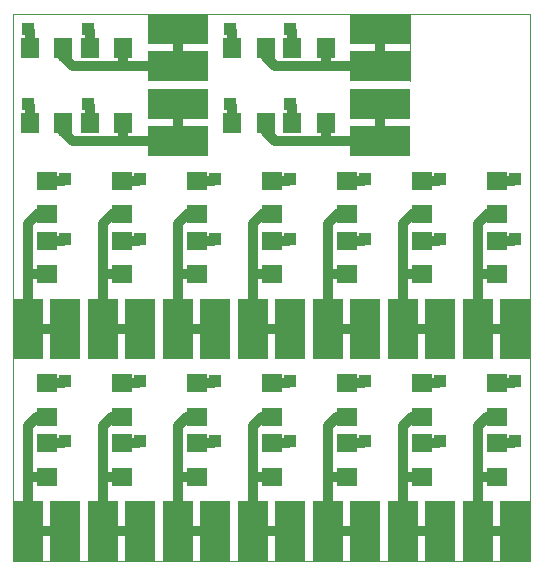
<source format=gtl>
G75*
%MOIN*%
%OFA0B0*%
%FSLAX25Y25*%
%IPPOS*%
%LPD*%
%AMOC8*
5,1,8,0,0,1.08239X$1,22.5*
%
%ADD10C,0.00000*%
%ADD11R,0.07098X0.06299*%
%ADD12R,0.10000X0.20000*%
%ADD13R,0.06299X0.07098*%
%ADD14R,0.20000X0.10000*%
%ADD15C,0.03200*%
%ADD16R,0.03962X0.03962*%
%ADD17C,0.01600*%
D10*
X0001400Y0001400D02*
X0173900Y0001400D01*
X0173900Y0180150D01*
X0173900Y0183275D01*
X0173900Y0183900D01*
X0066400Y0183900D01*
X0002025Y0183900D01*
X0001439Y0183900D01*
X0001400Y0183900D02*
X0001400Y0001400D01*
X0026400Y0001400D02*
X0048900Y0001400D01*
X0051400Y0001400D02*
X0073900Y0001400D01*
X0076400Y0001400D02*
X0098900Y0001400D01*
X0101400Y0001400D02*
X0123900Y0001400D01*
X0126400Y0001400D02*
X0148900Y0001400D01*
X0001400Y0136400D02*
X0001400Y0158900D01*
X0068939Y0183900D02*
X0133900Y0183900D01*
X0133900Y0161400D01*
D11*
X0137650Y0128248D03*
X0137650Y0117052D03*
X0137650Y0108248D03*
X0137650Y0097052D03*
X0112650Y0097052D03*
X0112650Y0108248D03*
X0112650Y0117052D03*
X0112650Y0128248D03*
X0087650Y0128248D03*
X0087650Y0117052D03*
X0087650Y0108248D03*
X0087650Y0097052D03*
X0062650Y0097052D03*
X0062650Y0108248D03*
X0062650Y0117052D03*
X0062650Y0128248D03*
X0037650Y0128248D03*
X0037650Y0117052D03*
X0037650Y0108248D03*
X0037650Y0097052D03*
X0012650Y0097052D03*
X0012650Y0108248D03*
X0012650Y0117052D03*
X0012650Y0128248D03*
X0012650Y0060748D03*
X0012650Y0049552D03*
X0012650Y0040748D03*
X0012650Y0029552D03*
X0037650Y0029552D03*
X0037650Y0040748D03*
X0037650Y0049552D03*
X0037650Y0060748D03*
X0062650Y0060748D03*
X0062650Y0049552D03*
X0062650Y0040748D03*
X0062650Y0029552D03*
X0087650Y0029552D03*
X0087650Y0040748D03*
X0087650Y0049552D03*
X0087650Y0060748D03*
X0112650Y0060748D03*
X0112650Y0049552D03*
X0112650Y0040748D03*
X0112650Y0029552D03*
X0137650Y0029552D03*
X0137650Y0040748D03*
X0137650Y0049552D03*
X0137650Y0060748D03*
X0162650Y0060748D03*
X0162650Y0049552D03*
X0162650Y0040748D03*
X0162650Y0029552D03*
X0162650Y0097052D03*
X0162650Y0108248D03*
X0162650Y0117052D03*
X0162650Y0128248D03*
D12*
X0156400Y0078900D03*
X0143900Y0078900D03*
X0131400Y0078900D03*
X0118900Y0078900D03*
X0106400Y0078900D03*
X0093900Y0078900D03*
X0081400Y0078900D03*
X0068900Y0078900D03*
X0056400Y0078900D03*
X0043900Y0078900D03*
X0031400Y0078900D03*
X0018900Y0078900D03*
X0006400Y0078900D03*
X0006400Y0011400D03*
X0018900Y0011400D03*
X0031400Y0011400D03*
X0043900Y0011400D03*
X0056400Y0011400D03*
X0068900Y0011400D03*
X0081400Y0011400D03*
X0093900Y0011400D03*
X0106400Y0011400D03*
X0118900Y0011400D03*
X0131400Y0011400D03*
X0143900Y0011400D03*
X0156400Y0011400D03*
X0168900Y0011400D03*
X0168900Y0078900D03*
D13*
X0105748Y0147650D03*
X0094552Y0147650D03*
X0085748Y0147650D03*
X0074552Y0147650D03*
X0074552Y0172650D03*
X0085748Y0172650D03*
X0094552Y0172650D03*
X0105748Y0172650D03*
X0038248Y0172650D03*
X0027052Y0172650D03*
X0018248Y0172650D03*
X0007052Y0172650D03*
X0007052Y0147650D03*
X0018248Y0147650D03*
X0027052Y0147650D03*
X0038248Y0147650D03*
D14*
X0056400Y0141400D03*
X0056400Y0153900D03*
X0056400Y0166400D03*
X0056400Y0178900D03*
X0123900Y0178900D03*
X0123900Y0166400D03*
X0123900Y0153900D03*
X0123900Y0141400D03*
D15*
X0123900Y0153900D01*
X0123900Y0166400D02*
X0123900Y0178900D01*
X0123900Y0166400D02*
X0106400Y0166400D01*
X0105748Y0167052D01*
X0105748Y0172650D01*
X0106400Y0166400D02*
X0088900Y0166400D01*
X0085748Y0169552D01*
X0085748Y0172650D01*
X0094552Y0172650D02*
X0094552Y0178248D01*
X0093900Y0178900D01*
X0074552Y0178248D02*
X0074552Y0176400D01*
X0074552Y0172650D01*
X0074552Y0178248D02*
X0073900Y0178900D01*
X0056400Y0178900D02*
X0056400Y0166400D01*
X0038900Y0166400D01*
X0038248Y0167052D01*
X0038248Y0172650D01*
X0038900Y0166400D02*
X0021400Y0166400D01*
X0018248Y0169552D01*
X0018248Y0172650D01*
X0027052Y0172650D02*
X0027052Y0178248D01*
X0026400Y0178900D01*
X0007052Y0178248D02*
X0007052Y0176400D01*
X0007052Y0172650D01*
X0007052Y0178248D02*
X0006400Y0178900D01*
X0006400Y0153900D02*
X0007052Y0153248D01*
X0007052Y0151400D01*
X0007052Y0147650D01*
X0018248Y0147650D02*
X0018248Y0144552D01*
X0021400Y0141400D01*
X0038900Y0141400D01*
X0038248Y0142052D01*
X0038248Y0147650D01*
X0038900Y0141400D02*
X0056400Y0141400D01*
X0056400Y0153900D01*
X0073900Y0153900D02*
X0074552Y0153248D01*
X0074552Y0151400D01*
X0074552Y0147650D01*
X0085748Y0147650D02*
X0085748Y0144552D01*
X0088900Y0141400D01*
X0106400Y0141400D01*
X0105748Y0142052D01*
X0105748Y0147650D01*
X0106400Y0141400D02*
X0123900Y0141400D01*
X0118900Y0128900D02*
X0118248Y0128248D01*
X0116400Y0128248D01*
X0112650Y0128248D01*
X0112650Y0117052D02*
X0109552Y0117052D01*
X0106400Y0113900D01*
X0106400Y0096400D01*
X0107052Y0097052D01*
X0112650Y0097052D01*
X0106400Y0096400D02*
X0106400Y0078900D01*
X0118900Y0078900D01*
X0131400Y0078900D02*
X0143900Y0078900D01*
X0156400Y0078900D02*
X0168900Y0078900D01*
X0156400Y0078900D02*
X0156400Y0096400D01*
X0157052Y0097052D01*
X0162650Y0097052D01*
X0156400Y0096400D02*
X0156400Y0113900D01*
X0159552Y0117052D01*
X0162650Y0117052D01*
X0162650Y0108248D02*
X0168248Y0108248D01*
X0168900Y0108900D01*
X0168248Y0128248D02*
X0166400Y0128248D01*
X0162650Y0128248D01*
X0168248Y0128248D02*
X0168900Y0128900D01*
X0143900Y0128900D02*
X0143248Y0128248D01*
X0141400Y0128248D01*
X0137650Y0128248D01*
X0137650Y0117052D02*
X0134552Y0117052D01*
X0131400Y0113900D01*
X0131400Y0096400D01*
X0132052Y0097052D01*
X0137650Y0097052D01*
X0131400Y0096400D02*
X0131400Y0078900D01*
X0118900Y0061400D02*
X0118248Y0060748D01*
X0116400Y0060748D01*
X0112650Y0060748D01*
X0112650Y0049552D02*
X0109552Y0049552D01*
X0106400Y0046400D01*
X0106400Y0028900D01*
X0107052Y0029552D01*
X0112650Y0029552D01*
X0106400Y0028900D02*
X0106400Y0011400D01*
X0118900Y0011400D01*
X0131400Y0011400D02*
X0143900Y0011400D01*
X0156400Y0011400D02*
X0168900Y0011400D01*
X0156400Y0011400D02*
X0156400Y0028900D01*
X0157052Y0029552D01*
X0162650Y0029552D01*
X0156400Y0028900D02*
X0156400Y0046400D01*
X0159552Y0049552D01*
X0162650Y0049552D01*
X0168900Y0041400D02*
X0168248Y0040748D01*
X0162650Y0040748D01*
X0143900Y0041400D02*
X0143248Y0040748D01*
X0137650Y0040748D01*
X0131400Y0046400D02*
X0131400Y0028900D01*
X0132052Y0029552D01*
X0137650Y0029552D01*
X0131400Y0028900D02*
X0131400Y0011400D01*
X0118248Y0040748D02*
X0112650Y0040748D01*
X0118248Y0040748D02*
X0118900Y0041400D01*
X0131400Y0046400D02*
X0134552Y0049552D01*
X0137650Y0049552D01*
X0137650Y0060748D02*
X0141400Y0060748D01*
X0143248Y0060748D01*
X0143900Y0061400D01*
X0162650Y0060748D02*
X0166400Y0060748D01*
X0168248Y0060748D01*
X0168900Y0061400D01*
X0143248Y0108248D02*
X0137650Y0108248D01*
X0143248Y0108248D02*
X0143900Y0108900D01*
X0118900Y0108900D02*
X0118248Y0108248D01*
X0112650Y0108248D01*
X0093900Y0108900D02*
X0093248Y0108248D01*
X0087650Y0108248D01*
X0081400Y0113900D02*
X0081400Y0096400D01*
X0082052Y0097052D01*
X0087650Y0097052D01*
X0081400Y0096400D02*
X0081400Y0078900D01*
X0093900Y0078900D01*
X0093900Y0061400D02*
X0093248Y0060748D01*
X0091400Y0060748D01*
X0087650Y0060748D01*
X0087650Y0049552D02*
X0084552Y0049552D01*
X0081400Y0046400D01*
X0081400Y0028900D01*
X0082052Y0029552D01*
X0087650Y0029552D01*
X0081400Y0028900D02*
X0081400Y0011400D01*
X0093900Y0011400D01*
X0068900Y0011400D02*
X0056400Y0011400D01*
X0056400Y0028900D01*
X0057052Y0029552D01*
X0062650Y0029552D01*
X0056400Y0028900D02*
X0056400Y0046400D01*
X0059552Y0049552D01*
X0062650Y0049552D01*
X0068900Y0041400D02*
X0068248Y0040748D01*
X0062650Y0040748D01*
X0043900Y0041400D02*
X0043248Y0040748D01*
X0037650Y0040748D01*
X0031400Y0046400D02*
X0031400Y0028900D01*
X0032052Y0029552D01*
X0037650Y0029552D01*
X0031400Y0028900D02*
X0031400Y0011400D01*
X0043900Y0011400D01*
X0018900Y0011400D02*
X0006400Y0011400D01*
X0006400Y0028900D01*
X0007052Y0029552D01*
X0012650Y0029552D01*
X0006400Y0028900D02*
X0006400Y0046400D01*
X0009552Y0049552D01*
X0012650Y0049552D01*
X0018900Y0041400D02*
X0018248Y0040748D01*
X0012650Y0040748D01*
X0031400Y0046400D02*
X0034552Y0049552D01*
X0037650Y0049552D01*
X0037650Y0060748D02*
X0041400Y0060748D01*
X0043248Y0060748D01*
X0043900Y0061400D01*
X0043900Y0078900D02*
X0031400Y0078900D01*
X0031400Y0096400D01*
X0032052Y0097052D01*
X0037650Y0097052D01*
X0031400Y0096400D02*
X0031400Y0113900D01*
X0034552Y0117052D01*
X0037650Y0117052D01*
X0037650Y0108248D02*
X0043248Y0108248D01*
X0043900Y0108900D01*
X0056400Y0113900D02*
X0056400Y0096400D01*
X0057052Y0097052D01*
X0062650Y0097052D01*
X0056400Y0096400D02*
X0056400Y0078900D01*
X0068900Y0078900D01*
X0068900Y0061400D02*
X0068248Y0060748D01*
X0066400Y0060748D01*
X0062650Y0060748D01*
X0087650Y0040748D02*
X0093248Y0040748D01*
X0093900Y0041400D01*
X0068248Y0108248D02*
X0062650Y0108248D01*
X0068248Y0108248D02*
X0068900Y0108900D01*
X0062650Y0117052D02*
X0059552Y0117052D01*
X0056400Y0113900D01*
X0062650Y0128248D02*
X0066400Y0128248D01*
X0068248Y0128248D01*
X0068900Y0128900D01*
X0081400Y0113900D02*
X0084552Y0117052D01*
X0087650Y0117052D01*
X0087650Y0128248D02*
X0091400Y0128248D01*
X0093248Y0128248D01*
X0093900Y0128900D01*
X0094552Y0147650D02*
X0094552Y0153248D01*
X0093900Y0153900D01*
X0043900Y0128900D02*
X0043248Y0128248D01*
X0041400Y0128248D01*
X0037650Y0128248D01*
X0027052Y0147650D02*
X0027052Y0153248D01*
X0026400Y0153900D01*
X0018900Y0128900D02*
X0018248Y0128248D01*
X0016400Y0128248D01*
X0012650Y0128248D01*
X0012650Y0117052D02*
X0009552Y0117052D01*
X0006400Y0113900D01*
X0006400Y0096400D01*
X0007052Y0097052D01*
X0012650Y0097052D01*
X0006400Y0096400D02*
X0006400Y0078900D01*
X0018900Y0078900D01*
X0018900Y0061400D02*
X0018248Y0060748D01*
X0016400Y0060748D01*
X0012650Y0060748D01*
X0012650Y0108248D02*
X0018248Y0108248D01*
X0018900Y0108900D01*
D16*
X0018900Y0108900D03*
X0018900Y0128900D03*
X0026400Y0153900D03*
X0006400Y0153900D03*
X0006400Y0178900D03*
X0026400Y0178900D03*
X0073900Y0178900D03*
X0093900Y0178900D03*
X0093900Y0153900D03*
X0073900Y0153900D03*
X0068900Y0128900D03*
X0068900Y0108900D03*
X0043900Y0108900D03*
X0043900Y0128900D03*
X0093900Y0128900D03*
X0093900Y0108900D03*
X0118900Y0108900D03*
X0118900Y0128900D03*
X0143900Y0128900D03*
X0143900Y0108900D03*
X0168900Y0108900D03*
X0168900Y0128900D03*
X0168900Y0061400D03*
X0168900Y0041400D03*
X0143900Y0041400D03*
X0143900Y0061400D03*
X0118900Y0061400D03*
X0118900Y0041400D03*
X0093900Y0041400D03*
X0093900Y0061400D03*
X0068900Y0061400D03*
X0068900Y0041400D03*
X0043900Y0041400D03*
X0043900Y0061400D03*
X0018900Y0061400D03*
X0018900Y0041400D03*
D17*
X0016400Y0060748D02*
X0018900Y0061400D01*
X0041400Y0060748D02*
X0043900Y0061400D01*
X0066400Y0060748D02*
X0068900Y0061400D01*
X0091400Y0060748D02*
X0093900Y0061400D01*
X0116400Y0060748D02*
X0118900Y0061400D01*
X0141400Y0060748D02*
X0143900Y0061400D01*
X0166400Y0060748D02*
X0168900Y0061400D01*
X0166400Y0128248D02*
X0168900Y0128900D01*
X0143900Y0128900D02*
X0141400Y0128248D01*
X0118900Y0128900D02*
X0116400Y0128248D01*
X0093900Y0128900D02*
X0091400Y0128248D01*
X0074552Y0151400D02*
X0073900Y0153900D01*
X0074552Y0176400D02*
X0073900Y0178900D01*
X0068900Y0128900D02*
X0066400Y0128248D01*
X0043900Y0128900D02*
X0041400Y0128248D01*
X0018900Y0128900D02*
X0016400Y0128248D01*
X0007052Y0151400D02*
X0006400Y0153900D01*
X0007052Y0176400D02*
X0006400Y0178900D01*
M02*

</source>
